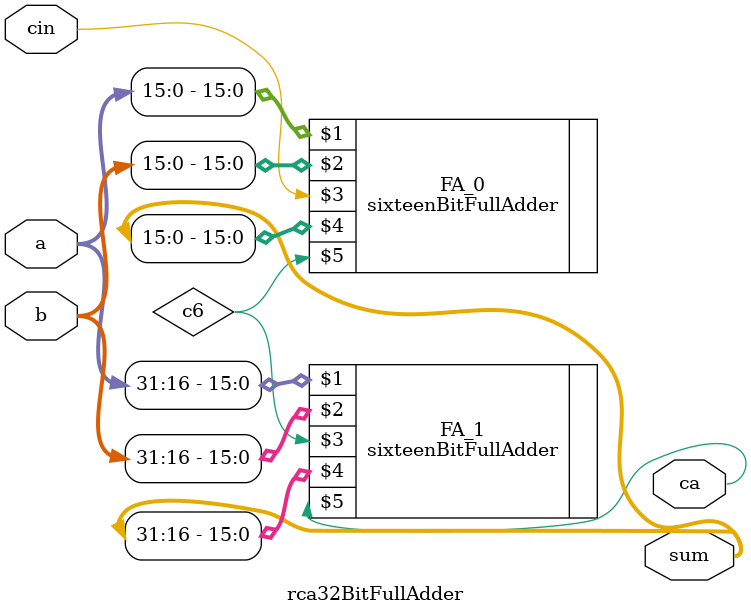
<source format=v>
`include "sixteenBitFullAdder.v"
module rca32BitFullAdder (a, b, cin, sum, ca);
input [31:0] a, b;
input cin;

output [31:0] sum;
output ca;

wire c6;

sixteenBitFullAdder FA_0 (a[15:0], b[15:0], cin, sum[15:0], c6);
sixteenBitFullAdder FA_1 (a[31:16], b[31:16], c6, sum[31:16], ca);

endmodule

</source>
